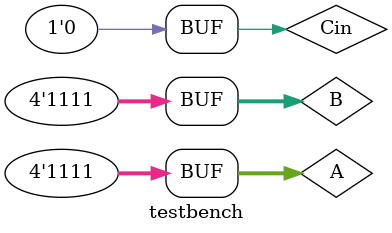
<source format=v>
module full_adder(a,b,cin,sum,cout);
input a;
input b;
input cin;
output sum;
output cout;

assign sum = a^b^cin;
assign cout = (a & b) | (cin & (a^b)); 

endmodule

module bitadder(A,B,Cin,Sum,Cout);

input [3:0]A;
input [3:0]B;
input Cin;

output [3:0]Sum;
output Cout;

wire c1,c2,c3;

full_adder f1(.a(A[0]),.b(B[0]),.cin(Cin),.sum(Sum[0]),.cout(c1));
full_adder f2(.a(A[1]),.b(B[1]),.cin(c1),.sum(Sum[1]),.cout(c2));
full_adder f3(.a(A[2]),.b(B[2]),.cin(c2),.sum(Sum[2]),.cout(c3));
full_adder f4(.a(A[3]),.b(B[3]),.cin(c3),.sum(Sum[3]),.cout(Cout));

endmodule

module testbench();
reg [3:0]A;
reg [3:0]B;
reg Cin;
wire [3:0]Sum;
wire Cout;

bitadder tb(A,B,Cin,Sum,Cout);

initial
begin

$monitor("A = %b : B = %b : Cin = %b : Sum = %b : Cout = %b ",A,B,Cin,Sum,Cout);
$dumpfile("4bitadder.vcd");
$dumpvars;

A = 4'b0000 ; B = 4'b0000 ; Cin = 1'b0 ;
#5; 
A = 4'b0000 ; B = 4'b0001 ; Cin = 1'b0 ;
#5; 
A = 4'b0000 ; B = 4'b0010 ; Cin = 1'b0 ;
#5; 
A = 4'b0000 ; B = 4'b0011 ; Cin = 1'b0 ;
#5; 
A = 4'b0000 ; B = 4'b0100 ; Cin = 1'b0 ;
#5; 
A = 4'b0000 ; B = 4'b0101 ; Cin = 1'b0 ;
#5; 
A = 4'b0000 ; B = 4'b0110 ; Cin = 1'b0 ;
#5; 
A = 4'b0000 ; B = 4'b0111 ; Cin = 1'b0 ;
#5; 
A = 4'b0000 ; B = 4'b1000 ; Cin = 1'b0 ;
#5; 
A = 4'b0000 ; B = 4'b1001 ; Cin = 1'b0 ;
#5; 
A = 4'b0000 ; B = 4'b1010 ; Cin = 1'b0 ;
#5; 
A = 4'b0000 ; B = 4'b1011 ; Cin = 1'b0 ;
#5; 
A = 4'b0000 ; B = 4'b1100 ; Cin = 1'b0 ;
#5; 
A = 4'b0000 ; B = 4'b1101 ; Cin = 1'b0 ;
#5; 
A = 4'b0000 ; B = 4'b1110 ; Cin = 1'b0 ;
#5; 
A = 4'b0000 ; B = 4'b1111 ; Cin = 1'b0 ;
#5; 
A = 4'b0001 ; B = 4'b0000 ; Cin = 1'b0 ;
#5; 
A = 4'b0001 ; B = 4'b0001 ; Cin = 1'b0 ;
#5; 
A = 4'b0001 ; B = 4'b0010 ; Cin = 1'b0 ;
#5; 
A = 4'b0001 ; B = 4'b0011 ; Cin = 1'b0 ;
#5; 
A = 4'b0001 ; B = 4'b0100 ; Cin = 1'b0 ;
#5; 
A = 4'b0001 ; B = 4'b0101 ; Cin = 1'b0 ;
#5; 
A = 4'b0001 ; B = 4'b0110 ; Cin = 1'b0 ;
#5; 
A = 4'b0001 ; B = 4'b0111 ; Cin = 1'b0 ;
#5; 
A = 4'b0001 ; B = 4'b1000 ; Cin = 1'b0 ;
#5; 
A = 4'b0001 ; B = 4'b1001 ; Cin = 1'b0 ;
#5; 
A = 4'b0001 ; B = 4'b1010 ; Cin = 1'b0 ;
#5; 
A = 4'b0001 ; B = 4'b1011 ; Cin = 1'b0 ;
#5; 
A = 4'b0001 ; B = 4'b1100 ; Cin = 1'b0 ;
#5; 
A = 4'b0001 ; B = 4'b1101 ; Cin = 1'b0 ;
#5; 
A = 4'b0001 ; B = 4'b1110 ; Cin = 1'b0 ;
#5; 
A = 4'b0001 ; B = 4'b1111 ; Cin = 1'b0 ;
#5; 
A = 4'b0010 ; B = 4'b0000 ; Cin = 1'b0 ;
#5; 
A = 4'b0010 ; B = 4'b0001 ; Cin = 1'b0 ;
#5; 
A = 4'b0010 ; B = 4'b0010 ; Cin = 1'b0 ;
#5; 
A = 4'b0010 ; B = 4'b0011 ; Cin = 1'b0 ;
#5; 
A = 4'b0010 ; B = 4'b0100 ; Cin = 1'b0 ;
#5; 
A = 4'b0010 ; B = 4'b0101 ; Cin = 1'b0 ;
#5; 
A = 4'b0010 ; B = 4'b0110 ; Cin = 1'b0 ;
#5; 
A = 4'b0010 ; B = 4'b0111 ; Cin = 1'b0 ;
#5; 
A = 4'b0010 ; B = 4'b1000 ; Cin = 1'b0 ;
#5; 
A = 4'b0010 ; B = 4'b1001 ; Cin = 1'b0 ;
#5; 
A = 4'b0010 ; B = 4'b1010 ; Cin = 1'b0 ;
#5; 
A = 4'b0010 ; B = 4'b1011 ; Cin = 1'b0 ;
#5; 
A = 4'b0010 ; B = 4'b1100 ; Cin = 1'b0 ;
#5; 
A = 4'b0010 ; B = 4'b1101 ; Cin = 1'b0 ;
#5; 
A = 4'b0010 ; B = 4'b1110 ; Cin = 1'b0 ;
#5; 
A = 4'b0010 ; B = 4'b1111 ; Cin = 1'b0 ;
#5; 
A = 4'b0011 ; B = 4'b0000 ; Cin = 1'b0 ;
#5; 
A = 4'b0011 ; B = 4'b0001 ; Cin = 1'b0 ;
#5; 
A = 4'b0011 ; B = 4'b0010 ; Cin = 1'b0 ;
#5; 
A = 4'b0011 ; B = 4'b0011 ; Cin = 1'b0 ;
#5; 
A = 4'b0011 ; B = 4'b0100 ; Cin = 1'b0 ;
#5; 
A = 4'b0011 ; B = 4'b0101 ; Cin = 1'b0 ;
#5; 
A = 4'b0011 ; B = 4'b0110 ; Cin = 1'b0 ;
#5; 
A = 4'b0011 ; B = 4'b0111 ; Cin = 1'b0 ;
#5; 
A = 4'b0011 ; B = 4'b1000 ; Cin = 1'b0 ;
#5; 
A = 4'b0011 ; B = 4'b1001 ; Cin = 1'b0 ;
#5; 
A = 4'b0011 ; B = 4'b1010 ; Cin = 1'b0 ;
#5; 
A = 4'b0011 ; B = 4'b1011 ; Cin = 1'b0 ;
#5; 
A = 4'b0011 ; B = 4'b1100 ; Cin = 1'b0 ;
#5; 
A = 4'b0011 ; B = 4'b1101 ; Cin = 1'b0 ;
#5; 
A = 4'b0011 ; B = 4'b1110 ; Cin = 1'b0 ;
#5; 
A = 4'b0011 ; B = 4'b1111 ; Cin = 1'b0 ;
#5; 
A = 4'b0100 ; B = 4'b0000 ; Cin = 1'b0 ;
#5; 
A = 4'b0100 ; B = 4'b0001 ; Cin = 1'b0 ;
#5; 
A = 4'b0100 ; B = 4'b0010 ; Cin = 1'b0 ;
#5; 
A = 4'b0100 ; B = 4'b0011 ; Cin = 1'b0 ;
#5; 
A = 4'b0100 ; B = 4'b0100 ; Cin = 1'b0 ;
#5; 
A = 4'b0100 ; B = 4'b0101 ; Cin = 1'b0 ;
#5; 
A = 4'b0100 ; B = 4'b0110 ; Cin = 1'b0 ;
#5; 
A = 4'b0100 ; B = 4'b0111 ; Cin = 1'b0 ;
#5; 
A = 4'b0100 ; B = 4'b1000 ; Cin = 1'b0 ;
#5; 
A = 4'b0100 ; B = 4'b1001 ; Cin = 1'b0 ;
#5; 
A = 4'b0100 ; B = 4'b1010 ; Cin = 1'b0 ;
#5; 
A = 4'b0100 ; B = 4'b1011 ; Cin = 1'b0 ;
#5; 
A = 4'b0100 ; B = 4'b1100 ; Cin = 1'b0 ;
#5; 
A = 4'b0100 ; B = 4'b1101 ; Cin = 1'b0 ;
#5; 
A = 4'b0100 ; B = 4'b1110 ; Cin = 1'b0 ;
#5; 
A = 4'b0100 ; B = 4'b1111 ; Cin = 1'b0 ;
#5; 
A = 4'b0101 ; B = 4'b0000 ; Cin = 1'b0 ;
#5; 
A = 4'b0101 ; B = 4'b0001 ; Cin = 1'b0 ;
#5; 
A = 4'b0101 ; B = 4'b0010 ; Cin = 1'b0 ;
#5; 
A = 4'b0101 ; B = 4'b0011 ; Cin = 1'b0 ;
#5; 
A = 4'b0101 ; B = 4'b0100 ; Cin = 1'b0 ;
#5; 
A = 4'b0101 ; B = 4'b0101 ; Cin = 1'b0 ;
#5; 
A = 4'b0101 ; B = 4'b0110 ; Cin = 1'b0 ;
#5; 
A = 4'b0101 ; B = 4'b0111 ; Cin = 1'b0 ;
#5; 
A = 4'b0101 ; B = 4'b1000 ; Cin = 1'b0 ;
#5; 
A = 4'b0101 ; B = 4'b1001 ; Cin = 1'b0 ;
#5; 
A = 4'b0101 ; B = 4'b1010 ; Cin = 1'b0 ;
#5; 
A = 4'b0101 ; B = 4'b1011 ; Cin = 1'b0 ;
#5; 
A = 4'b0101 ; B = 4'b1100 ; Cin = 1'b0 ;
#5; 
A = 4'b0101 ; B = 4'b1101 ; Cin = 1'b0 ;
#5; 
A = 4'b0101 ; B = 4'b1110 ; Cin = 1'b0 ;
#5; 
A = 4'b0101 ; B = 4'b1111 ; Cin = 1'b0 ;
#5; 
A = 4'b0110 ; B = 4'b0000 ; Cin = 1'b0 ;
#5; 
A = 4'b0110 ; B = 4'b0001 ; Cin = 1'b0 ;
#5; 
A = 4'b0110 ; B = 4'b0010 ; Cin = 1'b0 ;
#5; 
A = 4'b0110 ; B = 4'b0011 ; Cin = 1'b0 ;
#5; 
A = 4'b0110 ; B = 4'b0100 ; Cin = 1'b0 ;
#5; 
A = 4'b0110 ; B = 4'b0101 ; Cin = 1'b0 ;
#5; 
A = 4'b0110 ; B = 4'b0110 ; Cin = 1'b0 ;
#5; 
A = 4'b0110 ; B = 4'b0111 ; Cin = 1'b0 ;
#5; 
A = 4'b0110 ; B = 4'b1000 ; Cin = 1'b0 ;
#5; 
A = 4'b0110 ; B = 4'b1001 ; Cin = 1'b0 ;
#5; 
A = 4'b0110 ; B = 4'b1010 ; Cin = 1'b0 ;
#5; 
A = 4'b0110 ; B = 4'b1011 ; Cin = 1'b0 ;
#5; 
A = 4'b0110 ; B = 4'b1100 ; Cin = 1'b0 ;
#5; 
A = 4'b0110 ; B = 4'b1101 ; Cin = 1'b0 ;
#5; 
A = 4'b0110 ; B = 4'b1110 ; Cin = 1'b0 ;
#5; 
A = 4'b0110 ; B = 4'b1111 ; Cin = 1'b0 ;
#5; 
A = 4'b0111 ; B = 4'b0000 ; Cin = 1'b0 ;
#5; 
A = 4'b0111 ; B = 4'b0001 ; Cin = 1'b0 ;
#5; 
A = 4'b0111 ; B = 4'b0010 ; Cin = 1'b0 ;
#5; 
A = 4'b0111 ; B = 4'b0011 ; Cin = 1'b0 ;
#5; 
A = 4'b0111 ; B = 4'b0100 ; Cin = 1'b0 ;
#5; 
A = 4'b0111 ; B = 4'b0101 ; Cin = 1'b0 ;
#5; 
A = 4'b0111 ; B = 4'b0110 ; Cin = 1'b0 ;
#5; 
A = 4'b0111 ; B = 4'b0111 ; Cin = 1'b0 ;
#5; 
A = 4'b0111 ; B = 4'b1000 ; Cin = 1'b0 ;
#5; 
A = 4'b0111 ; B = 4'b1001 ; Cin = 1'b0 ;
#5; 
A = 4'b0111 ; B = 4'b1010 ; Cin = 1'b0 ;
#5; 
A = 4'b0111 ; B = 4'b1011 ; Cin = 1'b0 ;
#5; 
A = 4'b0111 ; B = 4'b1100 ; Cin = 1'b0 ;
#5; 
A = 4'b0111 ; B = 4'b1101 ; Cin = 1'b0 ;
#5; 
A = 4'b0111 ; B = 4'b1110 ; Cin = 1'b0 ;
#5; 
A = 4'b0111 ; B = 4'b1111 ; Cin = 1'b0 ;
#5; 
A = 4'b1000 ; B = 4'b0000 ; Cin = 1'b0 ;
#5; 
A = 4'b1000 ; B = 4'b0001 ; Cin = 1'b0 ;
#5; 
A = 4'b1000 ; B = 4'b0010 ; Cin = 1'b0 ;
#5; 
A = 4'b1000 ; B = 4'b0011 ; Cin = 1'b0 ;
#5; 
A = 4'b1000 ; B = 4'b0100 ; Cin = 1'b0 ;
#5; 
A = 4'b1000 ; B = 4'b0101 ; Cin = 1'b0 ;
#5; 
A = 4'b1000 ; B = 4'b0110 ; Cin = 1'b0 ;
#5; 
A = 4'b1000 ; B = 4'b0111 ; Cin = 1'b0 ;
#5; 
A = 4'b1000 ; B = 4'b1000 ; Cin = 1'b0 ;
#5; 
A = 4'b1000 ; B = 4'b1001 ; Cin = 1'b0 ;
#5; 
A = 4'b1000 ; B = 4'b1010 ; Cin = 1'b0 ;
#5; 
A = 4'b1000 ; B = 4'b1011 ; Cin = 1'b0 ;
#5; 
A = 4'b1000 ; B = 4'b1100 ; Cin = 1'b0 ;
#5; 
A = 4'b1000 ; B = 4'b1101 ; Cin = 1'b0 ;
#5; 
A = 4'b1000 ; B = 4'b1110 ; Cin = 1'b0 ;
#5; 
A = 4'b1000 ; B = 4'b1111 ; Cin = 1'b0 ;
#5; 
A = 4'b1001 ; B = 4'b0000 ; Cin = 1'b0 ;
#5; 
A = 4'b1001 ; B = 4'b0001 ; Cin = 1'b0 ;
#5; 
A = 4'b1001 ; B = 4'b0010 ; Cin = 1'b0 ;
#5; 
A = 4'b1001 ; B = 4'b0011 ; Cin = 1'b0 ;
#5; 
A = 4'b1001 ; B = 4'b0100 ; Cin = 1'b0 ;
#5; 
A = 4'b1001 ; B = 4'b0101 ; Cin = 1'b0 ;
#5; 
A = 4'b1001 ; B = 4'b0110 ; Cin = 1'b0 ;
#5; 
A = 4'b1001 ; B = 4'b0111 ; Cin = 1'b0 ;
#5; 
A = 4'b1001 ; B = 4'b1000 ; Cin = 1'b0 ;
#5; 
A = 4'b1001 ; B = 4'b1001 ; Cin = 1'b0 ;
#5; 
A = 4'b1001 ; B = 4'b1010 ; Cin = 1'b0 ;
#5; 
A = 4'b1001 ; B = 4'b1011 ; Cin = 1'b0 ;
#5; 
A = 4'b1001 ; B = 4'b1100 ; Cin = 1'b0 ;
#5; 
A = 4'b1001 ; B = 4'b1101 ; Cin = 1'b0 ;
#5; 
A = 4'b1001 ; B = 4'b1110 ; Cin = 1'b0 ;
#5; 
A = 4'b1001 ; B = 4'b1111 ; Cin = 1'b0 ;
#5; 
A = 4'b1010 ; B = 4'b0000 ; Cin = 1'b0 ;
#5; 
A = 4'b1010 ; B = 4'b0001 ; Cin = 1'b0 ;
#5; 
A = 4'b1010 ; B = 4'b0010 ; Cin = 1'b0 ;
#5; 
A = 4'b1010 ; B = 4'b0011 ; Cin = 1'b0 ;
#5; 
A = 4'b1010 ; B = 4'b0100 ; Cin = 1'b0 ;
#5; 
A = 4'b1010 ; B = 4'b0101 ; Cin = 1'b0 ;
#5; 
A = 4'b1010 ; B = 4'b0110 ; Cin = 1'b0 ;
#5; 
A = 4'b1010 ; B = 4'b0111 ; Cin = 1'b0 ;
#5; 
A = 4'b1010 ; B = 4'b1000 ; Cin = 1'b0 ;
#5; 
A = 4'b1010 ; B = 4'b1001 ; Cin = 1'b0 ;
#5; 
A = 4'b1010 ; B = 4'b1010 ; Cin = 1'b0 ;
#5; 
A = 4'b1010 ; B = 4'b1011 ; Cin = 1'b0 ;
#5; 
A = 4'b1010 ; B = 4'b1100 ; Cin = 1'b0 ;
#5; 
A = 4'b1010 ; B = 4'b1101 ; Cin = 1'b0 ;
#5; 
A = 4'b1010 ; B = 4'b1110 ; Cin = 1'b0 ;
#5; 
A = 4'b1010 ; B = 4'b1111 ; Cin = 1'b0 ;
#5; 
A = 4'b1011 ; B = 4'b0000 ; Cin = 1'b0 ;
#5; 
A = 4'b1011 ; B = 4'b0001 ; Cin = 1'b0 ;
#5; 
A = 4'b1011 ; B = 4'b0010 ; Cin = 1'b0 ;
#5; 
A = 4'b1011 ; B = 4'b0011 ; Cin = 1'b0 ;
#5; 
A = 4'b1011 ; B = 4'b0100 ; Cin = 1'b0 ;
#5; 
A = 4'b1011 ; B = 4'b0101 ; Cin = 1'b0 ;
#5; 
A = 4'b1011 ; B = 4'b0110 ; Cin = 1'b0 ;
#5; 
A = 4'b1011 ; B = 4'b0111 ; Cin = 1'b0 ;
#5; 
A = 4'b1011 ; B = 4'b1000 ; Cin = 1'b0 ;
#5; 
A = 4'b1011 ; B = 4'b1001 ; Cin = 1'b0 ;
#5; 
A = 4'b1011 ; B = 4'b1010 ; Cin = 1'b0 ;
#5; 
A = 4'b1011 ; B = 4'b1011 ; Cin = 1'b0 ;
#5; 
A = 4'b1011 ; B = 4'b1100 ; Cin = 1'b0 ;
#5; 
A = 4'b1011 ; B = 4'b1101 ; Cin = 1'b0 ;
#5; 
A = 4'b1011 ; B = 4'b1110 ; Cin = 1'b0 ;
#5; 
A = 4'b1011 ; B = 4'b1111 ; Cin = 1'b0 ;
#5; 
A = 4'b1100 ; B = 4'b0000 ; Cin = 1'b0 ;
#5; 
A = 4'b1100 ; B = 4'b0001 ; Cin = 1'b0 ;
#5; 
A = 4'b1100 ; B = 4'b0010 ; Cin = 1'b0 ;
#5; 
A = 4'b1100 ; B = 4'b0011 ; Cin = 1'b0 ;
#5; 
A = 4'b1100 ; B = 4'b0100 ; Cin = 1'b0 ;
#5; 
A = 4'b1100 ; B = 4'b0101 ; Cin = 1'b0 ;
#5; 
A = 4'b1100 ; B = 4'b0110 ; Cin = 1'b0 ;
#5; 
A = 4'b1100 ; B = 4'b0111 ; Cin = 1'b0 ;
#5; 
A = 4'b1100 ; B = 4'b1000 ; Cin = 1'b0 ;
#5; 
A = 4'b1100 ; B = 4'b1001 ; Cin = 1'b0 ;
#5; 
A = 4'b1100 ; B = 4'b1010 ; Cin = 1'b0 ;
#5; 
A = 4'b1100 ; B = 4'b1011 ; Cin = 1'b0 ;
#5; 
A = 4'b1100 ; B = 4'b1100 ; Cin = 1'b0 ;
#5; 
A = 4'b1100 ; B = 4'b1101 ; Cin = 1'b0 ;
#5; 
A = 4'b1100 ; B = 4'b1110 ; Cin = 1'b0 ;
#5; 
A = 4'b1100 ; B = 4'b1111 ; Cin = 1'b0 ;
#5; 
A = 4'b1101 ; B = 4'b0000 ; Cin = 1'b0 ;
#5; 
A = 4'b1101 ; B = 4'b0001 ; Cin = 1'b0 ;
#5; 
A = 4'b1101 ; B = 4'b0010 ; Cin = 1'b0 ;
#5; 
A = 4'b1101 ; B = 4'b0011 ; Cin = 1'b0 ;
#5; 
A = 4'b1101 ; B = 4'b0100 ; Cin = 1'b0 ;
#5; 
A = 4'b1101 ; B = 4'b0101 ; Cin = 1'b0 ;
#5; 
A = 4'b1101 ; B = 4'b0110 ; Cin = 1'b0 ;
#5; 
A = 4'b1101 ; B = 4'b0111 ; Cin = 1'b0 ;
#5; 
A = 4'b1101 ; B = 4'b1000 ; Cin = 1'b0 ;
#5; 
A = 4'b1101 ; B = 4'b1001 ; Cin = 1'b0 ;
#5; 
A = 4'b1101 ; B = 4'b1010 ; Cin = 1'b0 ;
#5; 
A = 4'b1101 ; B = 4'b1011 ; Cin = 1'b0 ;
#5; 
A = 4'b1101 ; B = 4'b1100 ; Cin = 1'b0 ;
#5; 
A = 4'b1101 ; B = 4'b1101 ; Cin = 1'b0 ;
#5; 
A = 4'b1101 ; B = 4'b1110 ; Cin = 1'b0 ;
#5; 
A = 4'b1101 ; B = 4'b1111 ; Cin = 1'b0 ;
#5; 
A = 4'b1110 ; B = 4'b0000 ; Cin = 1'b0 ;
#5; 
A = 4'b1110 ; B = 4'b0001 ; Cin = 1'b0 ;
#5; 
A = 4'b1110 ; B = 4'b0010 ; Cin = 1'b0 ;
#5; 
A = 4'b1110 ; B = 4'b0011 ; Cin = 1'b0 ;
#5; 
A = 4'b1110 ; B = 4'b0100 ; Cin = 1'b0 ;
#5; 
A = 4'b1110 ; B = 4'b0101 ; Cin = 1'b0 ;
#5; 
A = 4'b1110 ; B = 4'b0110 ; Cin = 1'b0 ;
#5; 
A = 4'b1110 ; B = 4'b0111 ; Cin = 1'b0 ;
#5; 
A = 4'b1110 ; B = 4'b1000 ; Cin = 1'b0 ;
#5; 
A = 4'b1110 ; B = 4'b1001 ; Cin = 1'b0 ;
#5; 
A = 4'b1110 ; B = 4'b1010 ; Cin = 1'b0 ;
#5; 
A = 4'b1110 ; B = 4'b1011 ; Cin = 1'b0 ;
#5; 
A = 4'b1110 ; B = 4'b1100 ; Cin = 1'b0 ;
#5; 
A = 4'b1110 ; B = 4'b1101 ; Cin = 1'b0 ;
#5; 
A = 4'b1110 ; B = 4'b1110 ; Cin = 1'b0 ;
#5; 
A = 4'b1110 ; B = 4'b1111 ; Cin = 1'b0 ;
#5; 
A = 4'b1111 ; B = 4'b0000 ; Cin = 1'b0 ;
#5; 
A = 4'b1111 ; B = 4'b0001 ; Cin = 1'b0 ;
#5; 
A = 4'b1111 ; B = 4'b0010 ; Cin = 1'b0 ;
#5; 
A = 4'b1111 ; B = 4'b0011 ; Cin = 1'b0 ;
#5; 
A = 4'b1111 ; B = 4'b0100 ; Cin = 1'b0 ;
#5; 
A = 4'b1111 ; B = 4'b0101 ; Cin = 1'b0 ;
#5; 
A = 4'b1111 ; B = 4'b0110 ; Cin = 1'b0 ;
#5; 
A = 4'b1111 ; B = 4'b0111 ; Cin = 1'b0 ;
#5; 
A = 4'b1111 ; B = 4'b1000 ; Cin = 1'b0 ;
#5; 
A = 4'b1111 ; B = 4'b1001 ; Cin = 1'b0 ;
#5; 
A = 4'b1111 ; B = 4'b1010 ; Cin = 1'b0 ;
#5; 
A = 4'b1111 ; B = 4'b1011 ; Cin = 1'b0 ;
#5; 
A = 4'b1111 ; B = 4'b1100 ; Cin = 1'b0 ;
#5; 
A = 4'b1111 ; B = 4'b1101 ; Cin = 1'b0 ;
#5; 
A = 4'b1111 ; B = 4'b1110 ; Cin = 1'b0 ;
#5; 
A = 4'b1111 ; B = 4'b1111 ; Cin = 1'b0 ;
#5;
A = 4'b1111 ; B = 4'b1111 ; Cin = 1'b0 ;

end
endmodule




</source>
